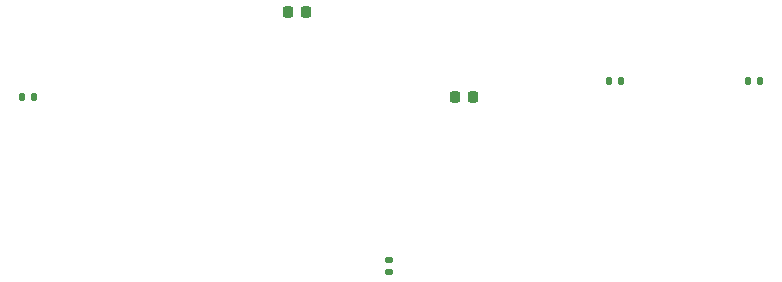
<source format=gbp>
%TF.GenerationSoftware,KiCad,Pcbnew,7.0.9-7.0.9~ubuntu23.10.1*%
%TF.CreationDate,2023-12-22T14:56:40-05:00*%
%TF.ProjectId,buttons,62757474-6f6e-4732-9e6b-696361645f70,rev?*%
%TF.SameCoordinates,Original*%
%TF.FileFunction,Paste,Bot*%
%TF.FilePolarity,Positive*%
%FSLAX46Y46*%
G04 Gerber Fmt 4.6, Leading zero omitted, Abs format (unit mm)*
G04 Created by KiCad (PCBNEW 7.0.9-7.0.9~ubuntu23.10.1) date 2023-12-22 14:56:40*
%MOMM*%
%LPD*%
G01*
G04 APERTURE LIST*
G04 Aperture macros list*
%AMRoundRect*
0 Rectangle with rounded corners*
0 $1 Rounding radius*
0 $2 $3 $4 $5 $6 $7 $8 $9 X,Y pos of 4 corners*
0 Add a 4 corners polygon primitive as box body*
4,1,4,$2,$3,$4,$5,$6,$7,$8,$9,$2,$3,0*
0 Add four circle primitives for the rounded corners*
1,1,$1+$1,$2,$3*
1,1,$1+$1,$4,$5*
1,1,$1+$1,$6,$7*
1,1,$1+$1,$8,$9*
0 Add four rect primitives between the rounded corners*
20,1,$1+$1,$2,$3,$4,$5,0*
20,1,$1+$1,$4,$5,$6,$7,0*
20,1,$1+$1,$6,$7,$8,$9,0*
20,1,$1+$1,$8,$9,$2,$3,0*%
G04 Aperture macros list end*
%ADD10RoundRect,0.225000X0.225000X0.250000X-0.225000X0.250000X-0.225000X-0.250000X0.225000X-0.250000X0*%
%ADD11RoundRect,0.135000X0.135000X0.185000X-0.135000X0.185000X-0.135000X-0.185000X0.135000X-0.185000X0*%
%ADD12RoundRect,0.135000X0.185000X-0.135000X0.185000X0.135000X-0.185000X0.135000X-0.185000X-0.135000X0*%
G04 APERTURE END LIST*
D10*
%TO.C,C1*%
X149675000Y-105100000D03*
X148125000Y-105100000D03*
%TD*%
D11*
%TO.C,R2*%
X112510000Y-105100000D03*
X111490000Y-105100000D03*
%TD*%
D12*
%TO.C,R1*%
X142600000Y-119910000D03*
X142600000Y-118890000D03*
%TD*%
D11*
%TO.C,R3*%
X162260000Y-103750000D03*
X161240000Y-103750000D03*
%TD*%
%TO.C,R4*%
X174010000Y-103750000D03*
X172990000Y-103750000D03*
%TD*%
D10*
%TO.C,C2*%
X135575000Y-97900000D03*
X134025000Y-97900000D03*
%TD*%
M02*

</source>
